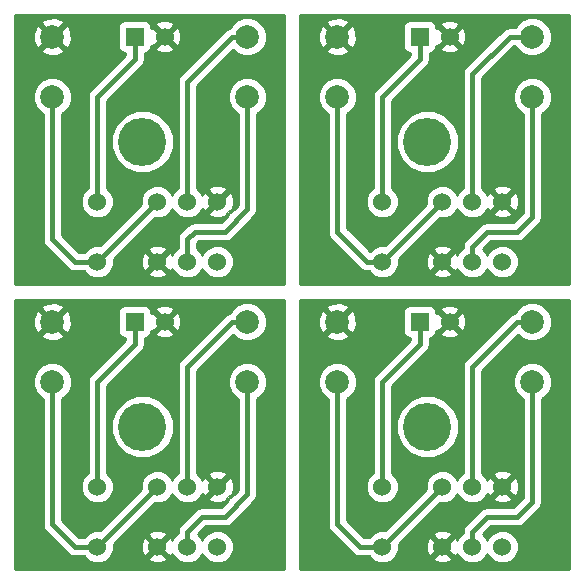
<source format=gbl>
G04 (created by PCBNEW (2013-07-07 BZR 4022)-stable) date 1/16/2015 9:29:06 PM*
%MOIN*%
G04 Gerber Fmt 3.4, Leading zero omitted, Abs format*
%FSLAX34Y34*%
G01*
G70*
G90*
G04 APERTURE LIST*
%ADD10C,0.00590551*%
%ADD11C,0.0787402*%
%ADD12C,0.06*%
%ADD13R,0.06X0.06*%
%ADD14C,0.16*%
%ADD15C,0.015*%
%ADD16C,0.01*%
G04 APERTURE END LIST*
G54D10*
G54D11*
X21000Y-22500D03*
X21000Y-20500D03*
X27500Y-20500D03*
X27500Y-22500D03*
X21000Y-13000D03*
X21000Y-11000D03*
X18000Y-20500D03*
X18000Y-22500D03*
X11500Y-13000D03*
X11500Y-11000D03*
X27500Y-11000D03*
X27500Y-13000D03*
X11500Y-22500D03*
X11500Y-20500D03*
X18000Y-11000D03*
X18000Y-13000D03*
G54D12*
X22500Y-28000D03*
X24500Y-28000D03*
X25500Y-28000D03*
X26500Y-28000D03*
X26500Y-26000D03*
X25500Y-26000D03*
X24500Y-26000D03*
X22500Y-26000D03*
X13000Y-28000D03*
X15000Y-28000D03*
X16000Y-28000D03*
X17000Y-28000D03*
X17000Y-26000D03*
X16000Y-26000D03*
X15000Y-26000D03*
X13000Y-26000D03*
X22500Y-18500D03*
X24500Y-18500D03*
X25500Y-18500D03*
X26500Y-18500D03*
X26500Y-16500D03*
X25500Y-16500D03*
X24500Y-16500D03*
X22500Y-16500D03*
X13000Y-18500D03*
X15000Y-18500D03*
X16000Y-18500D03*
X17000Y-18500D03*
X17000Y-16500D03*
X16000Y-16500D03*
X15000Y-16500D03*
X13000Y-16500D03*
G54D13*
X23750Y-20500D03*
G54D12*
X24750Y-20500D03*
G54D13*
X14250Y-20500D03*
G54D12*
X15250Y-20500D03*
G54D13*
X23750Y-11000D03*
G54D12*
X24750Y-11000D03*
G54D13*
X14250Y-11000D03*
G54D12*
X15250Y-11000D03*
G54D14*
X14500Y-14500D03*
X24000Y-14500D03*
X14500Y-24000D03*
X24000Y-24000D03*
G54D15*
X15000Y-26000D02*
X13000Y-28000D01*
X24500Y-26000D02*
X22500Y-28000D01*
X24500Y-16500D02*
X22500Y-18500D01*
X15000Y-16500D02*
X13000Y-18500D01*
X21000Y-22500D02*
X21000Y-27250D01*
X21750Y-28000D02*
X22500Y-28000D01*
X21000Y-27250D02*
X21750Y-28000D01*
X11500Y-22500D02*
X11500Y-27250D01*
X12250Y-28000D02*
X13000Y-28000D01*
X11500Y-27250D02*
X12250Y-28000D01*
X21000Y-13000D02*
X21000Y-17500D01*
X22000Y-18500D02*
X22500Y-18500D01*
X21000Y-17500D02*
X22000Y-18500D01*
X11500Y-13000D02*
X11500Y-17750D01*
X12250Y-18500D02*
X13000Y-18500D01*
X11500Y-17750D02*
X12250Y-18500D01*
X27500Y-11000D02*
X26750Y-11000D01*
X25500Y-12250D02*
X25500Y-16500D01*
X26750Y-11000D02*
X25500Y-12250D01*
X27500Y-22500D02*
X27500Y-26500D01*
X25500Y-27500D02*
X25500Y-28000D01*
X26000Y-27000D02*
X25500Y-27500D01*
X27000Y-27000D02*
X26000Y-27000D01*
X27500Y-26500D02*
X27000Y-27000D01*
X22500Y-26000D02*
X22500Y-22500D01*
X23750Y-21250D02*
X23750Y-20500D01*
X22500Y-22500D02*
X23750Y-21250D01*
X13000Y-26000D02*
X13000Y-22500D01*
X14250Y-21250D02*
X14250Y-20500D01*
X13000Y-22500D02*
X14250Y-21250D01*
X18000Y-20500D02*
X17500Y-20500D01*
X16000Y-22000D02*
X16000Y-26000D01*
X17500Y-20500D02*
X16000Y-22000D01*
X18000Y-22500D02*
X18000Y-26250D01*
X16000Y-27500D02*
X16000Y-28000D01*
X16500Y-27000D02*
X16000Y-27500D01*
X17250Y-27000D02*
X16500Y-27000D01*
X18000Y-26250D02*
X17250Y-27000D01*
X27500Y-13000D02*
X27500Y-17000D01*
X25500Y-18000D02*
X25500Y-18500D01*
X26000Y-17500D02*
X25500Y-18000D01*
X27000Y-17500D02*
X26000Y-17500D01*
X27500Y-17000D02*
X27000Y-17500D01*
X22500Y-16500D02*
X22500Y-13000D01*
X23750Y-11750D02*
X23750Y-11000D01*
X22500Y-13000D02*
X23750Y-11750D01*
X18000Y-11000D02*
X17500Y-11000D01*
X16000Y-12500D02*
X16000Y-16500D01*
X17500Y-11000D02*
X16000Y-12500D01*
X18000Y-13000D02*
X18000Y-16750D01*
X16000Y-17750D02*
X16000Y-18500D01*
X16250Y-17500D02*
X16000Y-17750D01*
X17250Y-17500D02*
X16250Y-17500D01*
X18000Y-16750D02*
X17250Y-17500D01*
X13000Y-16500D02*
X13000Y-13000D01*
X14250Y-11750D02*
X14250Y-11000D01*
X13000Y-13000D02*
X14250Y-11750D01*
X27500Y-20500D02*
X27000Y-20500D01*
X25500Y-22000D02*
X25500Y-26000D01*
X27000Y-20500D02*
X25500Y-22000D01*
G54D10*
G36*
X19230Y-19230D02*
X18643Y-19230D01*
X18643Y-12872D01*
X18643Y-10872D01*
X18546Y-10635D01*
X18365Y-10454D01*
X18128Y-10356D01*
X17872Y-10356D01*
X17635Y-10453D01*
X17454Y-10634D01*
X17432Y-10688D01*
X17375Y-10699D01*
X17270Y-10770D01*
X17270Y-10770D01*
X15804Y-12235D01*
X15804Y-11081D01*
X15793Y-10863D01*
X15731Y-10712D01*
X15635Y-10684D01*
X15565Y-10755D01*
X15565Y-10614D01*
X15537Y-10518D01*
X15331Y-10445D01*
X15113Y-10456D01*
X14962Y-10518D01*
X14934Y-10614D01*
X15250Y-10929D01*
X15565Y-10614D01*
X15565Y-10755D01*
X15320Y-11000D01*
X15635Y-11315D01*
X15731Y-11287D01*
X15804Y-11081D01*
X15804Y-12235D01*
X15770Y-12270D01*
X15699Y-12375D01*
X15675Y-12500D01*
X15675Y-16047D01*
X15565Y-16156D01*
X15565Y-11385D01*
X15250Y-11070D01*
X15179Y-11141D01*
X15179Y-11000D01*
X14864Y-10684D01*
X14800Y-10703D01*
X14800Y-10650D01*
X14762Y-10558D01*
X14691Y-10488D01*
X14599Y-10450D01*
X14500Y-10449D01*
X13900Y-10449D01*
X13808Y-10487D01*
X13738Y-10558D01*
X13700Y-10650D01*
X13699Y-10749D01*
X13699Y-11349D01*
X13737Y-11441D01*
X13808Y-11511D01*
X13900Y-11549D01*
X13925Y-11549D01*
X13925Y-11615D01*
X12770Y-12770D01*
X12699Y-12875D01*
X12675Y-13000D01*
X12675Y-16047D01*
X12534Y-16188D01*
X12450Y-16390D01*
X12449Y-16608D01*
X12533Y-16811D01*
X12688Y-16965D01*
X12890Y-17049D01*
X13108Y-17050D01*
X13311Y-16966D01*
X13465Y-16811D01*
X13549Y-16609D01*
X13550Y-16391D01*
X13466Y-16188D01*
X13325Y-16047D01*
X13325Y-13134D01*
X14479Y-11979D01*
X14550Y-11874D01*
X14550Y-11874D01*
X14575Y-11750D01*
X14575Y-11550D01*
X14599Y-11550D01*
X14691Y-11512D01*
X14761Y-11441D01*
X14799Y-11349D01*
X14800Y-11296D01*
X14864Y-11315D01*
X15179Y-11000D01*
X15179Y-11141D01*
X14934Y-11385D01*
X14962Y-11481D01*
X15168Y-11554D01*
X15386Y-11543D01*
X15537Y-11481D01*
X15565Y-11385D01*
X15565Y-16156D01*
X15550Y-16171D01*
X15550Y-14292D01*
X15390Y-13906D01*
X15095Y-13610D01*
X14709Y-13450D01*
X14292Y-13449D01*
X13906Y-13609D01*
X13610Y-13904D01*
X13450Y-14290D01*
X13449Y-14707D01*
X13609Y-15094D01*
X13904Y-15389D01*
X14290Y-15549D01*
X14707Y-15550D01*
X15094Y-15390D01*
X15389Y-15095D01*
X15549Y-14709D01*
X15550Y-14292D01*
X15550Y-16171D01*
X15534Y-16188D01*
X15500Y-16269D01*
X15466Y-16188D01*
X15311Y-16034D01*
X15109Y-15950D01*
X14891Y-15949D01*
X14688Y-16033D01*
X14534Y-16188D01*
X14450Y-16390D01*
X14449Y-16590D01*
X13090Y-17950D01*
X12891Y-17949D01*
X12688Y-18033D01*
X12547Y-18175D01*
X12384Y-18175D01*
X12147Y-17938D01*
X12147Y-11104D01*
X12138Y-10848D01*
X12058Y-10655D01*
X11953Y-10616D01*
X11883Y-10687D01*
X11883Y-10546D01*
X11844Y-10441D01*
X11604Y-10352D01*
X11348Y-10361D01*
X11155Y-10441D01*
X11116Y-10546D01*
X11500Y-10929D01*
X11883Y-10546D01*
X11883Y-10687D01*
X11570Y-11000D01*
X11953Y-11383D01*
X12058Y-11344D01*
X12147Y-11104D01*
X12147Y-17938D01*
X11825Y-17615D01*
X11825Y-13562D01*
X11864Y-13546D01*
X12045Y-13365D01*
X12143Y-13128D01*
X12143Y-12872D01*
X12046Y-12635D01*
X11883Y-12472D01*
X11883Y-11453D01*
X11500Y-11070D01*
X11429Y-11141D01*
X11429Y-11000D01*
X11046Y-10616D01*
X10941Y-10655D01*
X10852Y-10895D01*
X10861Y-11151D01*
X10941Y-11344D01*
X11046Y-11383D01*
X11429Y-11000D01*
X11429Y-11141D01*
X11116Y-11453D01*
X11155Y-11558D01*
X11395Y-11647D01*
X11651Y-11638D01*
X11844Y-11558D01*
X11883Y-11453D01*
X11883Y-12472D01*
X11865Y-12454D01*
X11628Y-12356D01*
X11372Y-12356D01*
X11135Y-12453D01*
X10954Y-12634D01*
X10856Y-12871D01*
X10856Y-13127D01*
X10953Y-13364D01*
X11134Y-13545D01*
X11175Y-13562D01*
X11175Y-17750D01*
X11199Y-17874D01*
X11270Y-17979D01*
X12020Y-18729D01*
X12020Y-18729D01*
X12125Y-18800D01*
X12125Y-18800D01*
X12225Y-18820D01*
X12249Y-18825D01*
X12249Y-18824D01*
X12250Y-18825D01*
X12547Y-18825D01*
X12688Y-18965D01*
X12890Y-19049D01*
X13108Y-19050D01*
X13311Y-18966D01*
X13465Y-18811D01*
X13549Y-18609D01*
X13550Y-18409D01*
X14909Y-17049D01*
X15108Y-17050D01*
X15311Y-16966D01*
X15465Y-16811D01*
X15499Y-16730D01*
X15533Y-16811D01*
X15688Y-16965D01*
X15890Y-17049D01*
X16108Y-17050D01*
X16311Y-16966D01*
X16465Y-16811D01*
X16497Y-16736D01*
X16518Y-16787D01*
X16614Y-16815D01*
X16929Y-16500D01*
X16614Y-16184D01*
X16518Y-16212D01*
X16499Y-16267D01*
X16466Y-16188D01*
X16325Y-16047D01*
X16325Y-12634D01*
X17524Y-11434D01*
X17634Y-11545D01*
X17871Y-11643D01*
X18127Y-11643D01*
X18364Y-11546D01*
X18545Y-11365D01*
X18643Y-11128D01*
X18643Y-10872D01*
X18643Y-12872D01*
X18546Y-12635D01*
X18365Y-12454D01*
X18128Y-12356D01*
X17872Y-12356D01*
X17635Y-12453D01*
X17454Y-12634D01*
X17356Y-12871D01*
X17356Y-13127D01*
X17453Y-13364D01*
X17634Y-13545D01*
X17675Y-13562D01*
X17675Y-16615D01*
X17554Y-16735D01*
X17430Y-16859D01*
X17385Y-16815D01*
X17481Y-16787D01*
X17554Y-16581D01*
X17543Y-16363D01*
X17481Y-16212D01*
X17385Y-16184D01*
X17315Y-16255D01*
X17315Y-16114D01*
X17287Y-16018D01*
X17081Y-15945D01*
X16863Y-15956D01*
X16712Y-16018D01*
X16684Y-16114D01*
X17000Y-16429D01*
X17315Y-16114D01*
X17315Y-16255D01*
X17070Y-16500D01*
X17076Y-16505D01*
X17005Y-16576D01*
X17000Y-16570D01*
X16684Y-16885D01*
X16712Y-16981D01*
X16918Y-17054D01*
X17136Y-17043D01*
X17287Y-16981D01*
X17315Y-16885D01*
X17315Y-16885D01*
X17359Y-16930D01*
X17315Y-16975D01*
X17115Y-17175D01*
X16250Y-17175D01*
X16125Y-17199D01*
X16020Y-17270D01*
X16020Y-17270D01*
X15770Y-17520D01*
X15699Y-17625D01*
X15675Y-17750D01*
X15675Y-18047D01*
X15534Y-18188D01*
X15502Y-18263D01*
X15481Y-18212D01*
X15385Y-18184D01*
X15315Y-18255D01*
X15315Y-18114D01*
X15287Y-18018D01*
X15081Y-17945D01*
X14863Y-17956D01*
X14712Y-18018D01*
X14684Y-18114D01*
X15000Y-18429D01*
X15315Y-18114D01*
X15315Y-18255D01*
X15070Y-18500D01*
X15385Y-18815D01*
X15481Y-18787D01*
X15500Y-18732D01*
X15533Y-18811D01*
X15688Y-18965D01*
X15890Y-19049D01*
X16108Y-19050D01*
X16311Y-18966D01*
X16465Y-18811D01*
X16499Y-18730D01*
X16533Y-18811D01*
X16688Y-18965D01*
X16890Y-19049D01*
X17108Y-19050D01*
X17311Y-18966D01*
X17465Y-18811D01*
X17549Y-18609D01*
X17550Y-18391D01*
X17466Y-18188D01*
X17311Y-18034D01*
X17109Y-17950D01*
X16891Y-17949D01*
X16688Y-18033D01*
X16534Y-18188D01*
X16500Y-18269D01*
X16466Y-18188D01*
X16325Y-18047D01*
X16325Y-17884D01*
X16384Y-17825D01*
X17250Y-17825D01*
X17374Y-17800D01*
X17374Y-17800D01*
X17479Y-17729D01*
X18229Y-16979D01*
X18229Y-16979D01*
X18229Y-16979D01*
X18300Y-16874D01*
X18300Y-16874D01*
X18320Y-16774D01*
X18325Y-16750D01*
X18324Y-16750D01*
X18325Y-16750D01*
X18325Y-13562D01*
X18364Y-13546D01*
X18545Y-13365D01*
X18643Y-13128D01*
X18643Y-12872D01*
X18643Y-19230D01*
X15315Y-19230D01*
X15315Y-18885D01*
X15000Y-18570D01*
X14929Y-18641D01*
X14929Y-18500D01*
X14614Y-18184D01*
X14518Y-18212D01*
X14445Y-18418D01*
X14456Y-18636D01*
X14518Y-18787D01*
X14614Y-18815D01*
X14929Y-18500D01*
X14929Y-18641D01*
X14684Y-18885D01*
X14712Y-18981D01*
X14918Y-19054D01*
X15136Y-19043D01*
X15287Y-18981D01*
X15315Y-18885D01*
X15315Y-19230D01*
X10269Y-19230D01*
X10269Y-10269D01*
X19230Y-10269D01*
X19230Y-19230D01*
X19230Y-19230D01*
G37*
G54D16*
X19230Y-19230D02*
X18643Y-19230D01*
X18643Y-12872D01*
X18643Y-10872D01*
X18546Y-10635D01*
X18365Y-10454D01*
X18128Y-10356D01*
X17872Y-10356D01*
X17635Y-10453D01*
X17454Y-10634D01*
X17432Y-10688D01*
X17375Y-10699D01*
X17270Y-10770D01*
X17270Y-10770D01*
X15804Y-12235D01*
X15804Y-11081D01*
X15793Y-10863D01*
X15731Y-10712D01*
X15635Y-10684D01*
X15565Y-10755D01*
X15565Y-10614D01*
X15537Y-10518D01*
X15331Y-10445D01*
X15113Y-10456D01*
X14962Y-10518D01*
X14934Y-10614D01*
X15250Y-10929D01*
X15565Y-10614D01*
X15565Y-10755D01*
X15320Y-11000D01*
X15635Y-11315D01*
X15731Y-11287D01*
X15804Y-11081D01*
X15804Y-12235D01*
X15770Y-12270D01*
X15699Y-12375D01*
X15675Y-12500D01*
X15675Y-16047D01*
X15565Y-16156D01*
X15565Y-11385D01*
X15250Y-11070D01*
X15179Y-11141D01*
X15179Y-11000D01*
X14864Y-10684D01*
X14800Y-10703D01*
X14800Y-10650D01*
X14762Y-10558D01*
X14691Y-10488D01*
X14599Y-10450D01*
X14500Y-10449D01*
X13900Y-10449D01*
X13808Y-10487D01*
X13738Y-10558D01*
X13700Y-10650D01*
X13699Y-10749D01*
X13699Y-11349D01*
X13737Y-11441D01*
X13808Y-11511D01*
X13900Y-11549D01*
X13925Y-11549D01*
X13925Y-11615D01*
X12770Y-12770D01*
X12699Y-12875D01*
X12675Y-13000D01*
X12675Y-16047D01*
X12534Y-16188D01*
X12450Y-16390D01*
X12449Y-16608D01*
X12533Y-16811D01*
X12688Y-16965D01*
X12890Y-17049D01*
X13108Y-17050D01*
X13311Y-16966D01*
X13465Y-16811D01*
X13549Y-16609D01*
X13550Y-16391D01*
X13466Y-16188D01*
X13325Y-16047D01*
X13325Y-13134D01*
X14479Y-11979D01*
X14550Y-11874D01*
X14550Y-11874D01*
X14575Y-11750D01*
X14575Y-11550D01*
X14599Y-11550D01*
X14691Y-11512D01*
X14761Y-11441D01*
X14799Y-11349D01*
X14800Y-11296D01*
X14864Y-11315D01*
X15179Y-11000D01*
X15179Y-11141D01*
X14934Y-11385D01*
X14962Y-11481D01*
X15168Y-11554D01*
X15386Y-11543D01*
X15537Y-11481D01*
X15565Y-11385D01*
X15565Y-16156D01*
X15550Y-16171D01*
X15550Y-14292D01*
X15390Y-13906D01*
X15095Y-13610D01*
X14709Y-13450D01*
X14292Y-13449D01*
X13906Y-13609D01*
X13610Y-13904D01*
X13450Y-14290D01*
X13449Y-14707D01*
X13609Y-15094D01*
X13904Y-15389D01*
X14290Y-15549D01*
X14707Y-15550D01*
X15094Y-15390D01*
X15389Y-15095D01*
X15549Y-14709D01*
X15550Y-14292D01*
X15550Y-16171D01*
X15534Y-16188D01*
X15500Y-16269D01*
X15466Y-16188D01*
X15311Y-16034D01*
X15109Y-15950D01*
X14891Y-15949D01*
X14688Y-16033D01*
X14534Y-16188D01*
X14450Y-16390D01*
X14449Y-16590D01*
X13090Y-17950D01*
X12891Y-17949D01*
X12688Y-18033D01*
X12547Y-18175D01*
X12384Y-18175D01*
X12147Y-17938D01*
X12147Y-11104D01*
X12138Y-10848D01*
X12058Y-10655D01*
X11953Y-10616D01*
X11883Y-10687D01*
X11883Y-10546D01*
X11844Y-10441D01*
X11604Y-10352D01*
X11348Y-10361D01*
X11155Y-10441D01*
X11116Y-10546D01*
X11500Y-10929D01*
X11883Y-10546D01*
X11883Y-10687D01*
X11570Y-11000D01*
X11953Y-11383D01*
X12058Y-11344D01*
X12147Y-11104D01*
X12147Y-17938D01*
X11825Y-17615D01*
X11825Y-13562D01*
X11864Y-13546D01*
X12045Y-13365D01*
X12143Y-13128D01*
X12143Y-12872D01*
X12046Y-12635D01*
X11883Y-12472D01*
X11883Y-11453D01*
X11500Y-11070D01*
X11429Y-11141D01*
X11429Y-11000D01*
X11046Y-10616D01*
X10941Y-10655D01*
X10852Y-10895D01*
X10861Y-11151D01*
X10941Y-11344D01*
X11046Y-11383D01*
X11429Y-11000D01*
X11429Y-11141D01*
X11116Y-11453D01*
X11155Y-11558D01*
X11395Y-11647D01*
X11651Y-11638D01*
X11844Y-11558D01*
X11883Y-11453D01*
X11883Y-12472D01*
X11865Y-12454D01*
X11628Y-12356D01*
X11372Y-12356D01*
X11135Y-12453D01*
X10954Y-12634D01*
X10856Y-12871D01*
X10856Y-13127D01*
X10953Y-13364D01*
X11134Y-13545D01*
X11175Y-13562D01*
X11175Y-17750D01*
X11199Y-17874D01*
X11270Y-17979D01*
X12020Y-18729D01*
X12020Y-18729D01*
X12125Y-18800D01*
X12125Y-18800D01*
X12225Y-18820D01*
X12249Y-18825D01*
X12249Y-18824D01*
X12250Y-18825D01*
X12547Y-18825D01*
X12688Y-18965D01*
X12890Y-19049D01*
X13108Y-19050D01*
X13311Y-18966D01*
X13465Y-18811D01*
X13549Y-18609D01*
X13550Y-18409D01*
X14909Y-17049D01*
X15108Y-17050D01*
X15311Y-16966D01*
X15465Y-16811D01*
X15499Y-16730D01*
X15533Y-16811D01*
X15688Y-16965D01*
X15890Y-17049D01*
X16108Y-17050D01*
X16311Y-16966D01*
X16465Y-16811D01*
X16497Y-16736D01*
X16518Y-16787D01*
X16614Y-16815D01*
X16929Y-16500D01*
X16614Y-16184D01*
X16518Y-16212D01*
X16499Y-16267D01*
X16466Y-16188D01*
X16325Y-16047D01*
X16325Y-12634D01*
X17524Y-11434D01*
X17634Y-11545D01*
X17871Y-11643D01*
X18127Y-11643D01*
X18364Y-11546D01*
X18545Y-11365D01*
X18643Y-11128D01*
X18643Y-10872D01*
X18643Y-12872D01*
X18546Y-12635D01*
X18365Y-12454D01*
X18128Y-12356D01*
X17872Y-12356D01*
X17635Y-12453D01*
X17454Y-12634D01*
X17356Y-12871D01*
X17356Y-13127D01*
X17453Y-13364D01*
X17634Y-13545D01*
X17675Y-13562D01*
X17675Y-16615D01*
X17554Y-16735D01*
X17430Y-16859D01*
X17385Y-16815D01*
X17481Y-16787D01*
X17554Y-16581D01*
X17543Y-16363D01*
X17481Y-16212D01*
X17385Y-16184D01*
X17315Y-16255D01*
X17315Y-16114D01*
X17287Y-16018D01*
X17081Y-15945D01*
X16863Y-15956D01*
X16712Y-16018D01*
X16684Y-16114D01*
X17000Y-16429D01*
X17315Y-16114D01*
X17315Y-16255D01*
X17070Y-16500D01*
X17076Y-16505D01*
X17005Y-16576D01*
X17000Y-16570D01*
X16684Y-16885D01*
X16712Y-16981D01*
X16918Y-17054D01*
X17136Y-17043D01*
X17287Y-16981D01*
X17315Y-16885D01*
X17315Y-16885D01*
X17359Y-16930D01*
X17315Y-16975D01*
X17115Y-17175D01*
X16250Y-17175D01*
X16125Y-17199D01*
X16020Y-17270D01*
X16020Y-17270D01*
X15770Y-17520D01*
X15699Y-17625D01*
X15675Y-17750D01*
X15675Y-18047D01*
X15534Y-18188D01*
X15502Y-18263D01*
X15481Y-18212D01*
X15385Y-18184D01*
X15315Y-18255D01*
X15315Y-18114D01*
X15287Y-18018D01*
X15081Y-17945D01*
X14863Y-17956D01*
X14712Y-18018D01*
X14684Y-18114D01*
X15000Y-18429D01*
X15315Y-18114D01*
X15315Y-18255D01*
X15070Y-18500D01*
X15385Y-18815D01*
X15481Y-18787D01*
X15500Y-18732D01*
X15533Y-18811D01*
X15688Y-18965D01*
X15890Y-19049D01*
X16108Y-19050D01*
X16311Y-18966D01*
X16465Y-18811D01*
X16499Y-18730D01*
X16533Y-18811D01*
X16688Y-18965D01*
X16890Y-19049D01*
X17108Y-19050D01*
X17311Y-18966D01*
X17465Y-18811D01*
X17549Y-18609D01*
X17550Y-18391D01*
X17466Y-18188D01*
X17311Y-18034D01*
X17109Y-17950D01*
X16891Y-17949D01*
X16688Y-18033D01*
X16534Y-18188D01*
X16500Y-18269D01*
X16466Y-18188D01*
X16325Y-18047D01*
X16325Y-17884D01*
X16384Y-17825D01*
X17250Y-17825D01*
X17374Y-17800D01*
X17374Y-17800D01*
X17479Y-17729D01*
X18229Y-16979D01*
X18229Y-16979D01*
X18229Y-16979D01*
X18300Y-16874D01*
X18300Y-16874D01*
X18320Y-16774D01*
X18325Y-16750D01*
X18324Y-16750D01*
X18325Y-16750D01*
X18325Y-13562D01*
X18364Y-13546D01*
X18545Y-13365D01*
X18643Y-13128D01*
X18643Y-12872D01*
X18643Y-19230D01*
X15315Y-19230D01*
X15315Y-18885D01*
X15000Y-18570D01*
X14929Y-18641D01*
X14929Y-18500D01*
X14614Y-18184D01*
X14518Y-18212D01*
X14445Y-18418D01*
X14456Y-18636D01*
X14518Y-18787D01*
X14614Y-18815D01*
X14929Y-18500D01*
X14929Y-18641D01*
X14684Y-18885D01*
X14712Y-18981D01*
X14918Y-19054D01*
X15136Y-19043D01*
X15287Y-18981D01*
X15315Y-18885D01*
X15315Y-19230D01*
X10269Y-19230D01*
X10269Y-10269D01*
X19230Y-10269D01*
X19230Y-19230D01*
G54D10*
G36*
X19230Y-28730D02*
X18643Y-28730D01*
X18643Y-22372D01*
X18643Y-20372D01*
X18546Y-20135D01*
X18365Y-19954D01*
X18128Y-19856D01*
X17872Y-19856D01*
X17635Y-19953D01*
X17454Y-20134D01*
X17432Y-20188D01*
X17375Y-20199D01*
X17270Y-20270D01*
X17270Y-20270D01*
X15804Y-21735D01*
X15804Y-20581D01*
X15793Y-20363D01*
X15731Y-20212D01*
X15635Y-20184D01*
X15565Y-20255D01*
X15565Y-20114D01*
X15537Y-20018D01*
X15331Y-19945D01*
X15113Y-19956D01*
X14962Y-20018D01*
X14934Y-20114D01*
X15250Y-20429D01*
X15565Y-20114D01*
X15565Y-20255D01*
X15320Y-20500D01*
X15635Y-20815D01*
X15731Y-20787D01*
X15804Y-20581D01*
X15804Y-21735D01*
X15770Y-21770D01*
X15699Y-21875D01*
X15675Y-22000D01*
X15675Y-25547D01*
X15565Y-25656D01*
X15565Y-20885D01*
X15250Y-20570D01*
X15179Y-20641D01*
X15179Y-20500D01*
X14864Y-20184D01*
X14800Y-20203D01*
X14800Y-20150D01*
X14762Y-20058D01*
X14691Y-19988D01*
X14599Y-19950D01*
X14500Y-19949D01*
X13900Y-19949D01*
X13808Y-19987D01*
X13738Y-20058D01*
X13700Y-20150D01*
X13699Y-20249D01*
X13699Y-20849D01*
X13737Y-20941D01*
X13808Y-21011D01*
X13900Y-21049D01*
X13925Y-21049D01*
X13925Y-21115D01*
X12770Y-22270D01*
X12699Y-22375D01*
X12675Y-22500D01*
X12675Y-25547D01*
X12534Y-25688D01*
X12450Y-25890D01*
X12449Y-26108D01*
X12533Y-26311D01*
X12688Y-26465D01*
X12890Y-26549D01*
X13108Y-26550D01*
X13311Y-26466D01*
X13465Y-26311D01*
X13549Y-26109D01*
X13550Y-25891D01*
X13466Y-25688D01*
X13325Y-25547D01*
X13325Y-22634D01*
X14479Y-21479D01*
X14550Y-21374D01*
X14550Y-21374D01*
X14575Y-21250D01*
X14575Y-21050D01*
X14599Y-21050D01*
X14691Y-21012D01*
X14761Y-20941D01*
X14799Y-20849D01*
X14800Y-20796D01*
X14864Y-20815D01*
X15179Y-20500D01*
X15179Y-20641D01*
X14934Y-20885D01*
X14962Y-20981D01*
X15168Y-21054D01*
X15386Y-21043D01*
X15537Y-20981D01*
X15565Y-20885D01*
X15565Y-25656D01*
X15550Y-25671D01*
X15550Y-23792D01*
X15390Y-23406D01*
X15095Y-23110D01*
X14709Y-22950D01*
X14292Y-22949D01*
X13906Y-23109D01*
X13610Y-23404D01*
X13450Y-23790D01*
X13449Y-24207D01*
X13609Y-24594D01*
X13904Y-24889D01*
X14290Y-25049D01*
X14707Y-25050D01*
X15094Y-24890D01*
X15389Y-24595D01*
X15549Y-24209D01*
X15550Y-23792D01*
X15550Y-25671D01*
X15534Y-25688D01*
X15500Y-25769D01*
X15466Y-25688D01*
X15311Y-25534D01*
X15109Y-25450D01*
X14891Y-25449D01*
X14688Y-25533D01*
X14534Y-25688D01*
X14450Y-25890D01*
X14449Y-26090D01*
X13090Y-27450D01*
X12891Y-27449D01*
X12688Y-27533D01*
X12547Y-27675D01*
X12384Y-27675D01*
X12147Y-27438D01*
X12147Y-20604D01*
X12138Y-20348D01*
X12058Y-20155D01*
X11953Y-20116D01*
X11883Y-20187D01*
X11883Y-20046D01*
X11844Y-19941D01*
X11604Y-19852D01*
X11348Y-19861D01*
X11155Y-19941D01*
X11116Y-20046D01*
X11500Y-20429D01*
X11883Y-20046D01*
X11883Y-20187D01*
X11570Y-20500D01*
X11953Y-20883D01*
X12058Y-20844D01*
X12147Y-20604D01*
X12147Y-27438D01*
X11825Y-27115D01*
X11825Y-23062D01*
X11864Y-23046D01*
X12045Y-22865D01*
X12143Y-22628D01*
X12143Y-22372D01*
X12046Y-22135D01*
X11883Y-21972D01*
X11883Y-20953D01*
X11500Y-20570D01*
X11429Y-20641D01*
X11429Y-20500D01*
X11046Y-20116D01*
X10941Y-20155D01*
X10852Y-20395D01*
X10861Y-20651D01*
X10941Y-20844D01*
X11046Y-20883D01*
X11429Y-20500D01*
X11429Y-20641D01*
X11116Y-20953D01*
X11155Y-21058D01*
X11395Y-21147D01*
X11651Y-21138D01*
X11844Y-21058D01*
X11883Y-20953D01*
X11883Y-21972D01*
X11865Y-21954D01*
X11628Y-21856D01*
X11372Y-21856D01*
X11135Y-21953D01*
X10954Y-22134D01*
X10856Y-22371D01*
X10856Y-22627D01*
X10953Y-22864D01*
X11134Y-23045D01*
X11175Y-23062D01*
X11175Y-27250D01*
X11199Y-27374D01*
X11270Y-27479D01*
X12020Y-28229D01*
X12020Y-28229D01*
X12125Y-28300D01*
X12125Y-28300D01*
X12225Y-28320D01*
X12249Y-28325D01*
X12249Y-28324D01*
X12250Y-28325D01*
X12547Y-28325D01*
X12688Y-28465D01*
X12890Y-28549D01*
X13108Y-28550D01*
X13311Y-28466D01*
X13465Y-28311D01*
X13549Y-28109D01*
X13550Y-27909D01*
X14909Y-26549D01*
X15108Y-26550D01*
X15311Y-26466D01*
X15465Y-26311D01*
X15499Y-26230D01*
X15533Y-26311D01*
X15688Y-26465D01*
X15890Y-26549D01*
X16108Y-26550D01*
X16311Y-26466D01*
X16465Y-26311D01*
X16497Y-26236D01*
X16518Y-26287D01*
X16614Y-26315D01*
X16929Y-26000D01*
X16614Y-25684D01*
X16518Y-25712D01*
X16499Y-25767D01*
X16466Y-25688D01*
X16325Y-25547D01*
X16325Y-22134D01*
X17524Y-20934D01*
X17634Y-21045D01*
X17871Y-21143D01*
X18127Y-21143D01*
X18364Y-21046D01*
X18545Y-20865D01*
X18643Y-20628D01*
X18643Y-20372D01*
X18643Y-22372D01*
X18546Y-22135D01*
X18365Y-21954D01*
X18128Y-21856D01*
X17872Y-21856D01*
X17635Y-21953D01*
X17454Y-22134D01*
X17356Y-22371D01*
X17356Y-22627D01*
X17453Y-22864D01*
X17634Y-23045D01*
X17675Y-23062D01*
X17675Y-26115D01*
X17554Y-26235D01*
X17430Y-26359D01*
X17385Y-26315D01*
X17481Y-26287D01*
X17554Y-26081D01*
X17543Y-25863D01*
X17481Y-25712D01*
X17385Y-25684D01*
X17315Y-25755D01*
X17315Y-25614D01*
X17287Y-25518D01*
X17081Y-25445D01*
X16863Y-25456D01*
X16712Y-25518D01*
X16684Y-25614D01*
X17000Y-25929D01*
X17315Y-25614D01*
X17315Y-25755D01*
X17070Y-26000D01*
X17076Y-26005D01*
X17005Y-26076D01*
X17000Y-26070D01*
X16684Y-26385D01*
X16712Y-26481D01*
X16918Y-26554D01*
X17136Y-26543D01*
X17287Y-26481D01*
X17315Y-26385D01*
X17315Y-26385D01*
X17359Y-26430D01*
X17315Y-26475D01*
X17115Y-26675D01*
X16500Y-26675D01*
X16375Y-26699D01*
X16333Y-26727D01*
X16270Y-26770D01*
X16270Y-26770D01*
X15770Y-27270D01*
X15699Y-27375D01*
X15675Y-27500D01*
X15675Y-27547D01*
X15534Y-27688D01*
X15502Y-27763D01*
X15481Y-27712D01*
X15385Y-27684D01*
X15315Y-27755D01*
X15315Y-27614D01*
X15287Y-27518D01*
X15081Y-27445D01*
X14863Y-27456D01*
X14712Y-27518D01*
X14684Y-27614D01*
X15000Y-27929D01*
X15315Y-27614D01*
X15315Y-27755D01*
X15070Y-28000D01*
X15385Y-28315D01*
X15481Y-28287D01*
X15500Y-28232D01*
X15533Y-28311D01*
X15688Y-28465D01*
X15890Y-28549D01*
X16108Y-28550D01*
X16311Y-28466D01*
X16465Y-28311D01*
X16499Y-28230D01*
X16533Y-28311D01*
X16688Y-28465D01*
X16890Y-28549D01*
X17108Y-28550D01*
X17311Y-28466D01*
X17465Y-28311D01*
X17549Y-28109D01*
X17550Y-27891D01*
X17466Y-27688D01*
X17311Y-27534D01*
X17109Y-27450D01*
X16891Y-27449D01*
X16688Y-27533D01*
X16534Y-27688D01*
X16500Y-27769D01*
X16466Y-27688D01*
X16368Y-27590D01*
X16634Y-27325D01*
X17250Y-27325D01*
X17374Y-27300D01*
X17374Y-27300D01*
X17479Y-27229D01*
X18229Y-26479D01*
X18229Y-26479D01*
X18229Y-26479D01*
X18300Y-26374D01*
X18300Y-26374D01*
X18320Y-26274D01*
X18325Y-26250D01*
X18324Y-26250D01*
X18325Y-26250D01*
X18325Y-23062D01*
X18364Y-23046D01*
X18545Y-22865D01*
X18643Y-22628D01*
X18643Y-22372D01*
X18643Y-28730D01*
X15315Y-28730D01*
X15315Y-28385D01*
X15000Y-28070D01*
X14929Y-28141D01*
X14929Y-28000D01*
X14614Y-27684D01*
X14518Y-27712D01*
X14445Y-27918D01*
X14456Y-28136D01*
X14518Y-28287D01*
X14614Y-28315D01*
X14929Y-28000D01*
X14929Y-28141D01*
X14684Y-28385D01*
X14712Y-28481D01*
X14918Y-28554D01*
X15136Y-28543D01*
X15287Y-28481D01*
X15315Y-28385D01*
X15315Y-28730D01*
X10269Y-28730D01*
X10269Y-19769D01*
X19230Y-19769D01*
X19230Y-28730D01*
X19230Y-28730D01*
G37*
G54D16*
X19230Y-28730D02*
X18643Y-28730D01*
X18643Y-22372D01*
X18643Y-20372D01*
X18546Y-20135D01*
X18365Y-19954D01*
X18128Y-19856D01*
X17872Y-19856D01*
X17635Y-19953D01*
X17454Y-20134D01*
X17432Y-20188D01*
X17375Y-20199D01*
X17270Y-20270D01*
X17270Y-20270D01*
X15804Y-21735D01*
X15804Y-20581D01*
X15793Y-20363D01*
X15731Y-20212D01*
X15635Y-20184D01*
X15565Y-20255D01*
X15565Y-20114D01*
X15537Y-20018D01*
X15331Y-19945D01*
X15113Y-19956D01*
X14962Y-20018D01*
X14934Y-20114D01*
X15250Y-20429D01*
X15565Y-20114D01*
X15565Y-20255D01*
X15320Y-20500D01*
X15635Y-20815D01*
X15731Y-20787D01*
X15804Y-20581D01*
X15804Y-21735D01*
X15770Y-21770D01*
X15699Y-21875D01*
X15675Y-22000D01*
X15675Y-25547D01*
X15565Y-25656D01*
X15565Y-20885D01*
X15250Y-20570D01*
X15179Y-20641D01*
X15179Y-20500D01*
X14864Y-20184D01*
X14800Y-20203D01*
X14800Y-20150D01*
X14762Y-20058D01*
X14691Y-19988D01*
X14599Y-19950D01*
X14500Y-19949D01*
X13900Y-19949D01*
X13808Y-19987D01*
X13738Y-20058D01*
X13700Y-20150D01*
X13699Y-20249D01*
X13699Y-20849D01*
X13737Y-20941D01*
X13808Y-21011D01*
X13900Y-21049D01*
X13925Y-21049D01*
X13925Y-21115D01*
X12770Y-22270D01*
X12699Y-22375D01*
X12675Y-22500D01*
X12675Y-25547D01*
X12534Y-25688D01*
X12450Y-25890D01*
X12449Y-26108D01*
X12533Y-26311D01*
X12688Y-26465D01*
X12890Y-26549D01*
X13108Y-26550D01*
X13311Y-26466D01*
X13465Y-26311D01*
X13549Y-26109D01*
X13550Y-25891D01*
X13466Y-25688D01*
X13325Y-25547D01*
X13325Y-22634D01*
X14479Y-21479D01*
X14550Y-21374D01*
X14550Y-21374D01*
X14575Y-21250D01*
X14575Y-21050D01*
X14599Y-21050D01*
X14691Y-21012D01*
X14761Y-20941D01*
X14799Y-20849D01*
X14800Y-20796D01*
X14864Y-20815D01*
X15179Y-20500D01*
X15179Y-20641D01*
X14934Y-20885D01*
X14962Y-20981D01*
X15168Y-21054D01*
X15386Y-21043D01*
X15537Y-20981D01*
X15565Y-20885D01*
X15565Y-25656D01*
X15550Y-25671D01*
X15550Y-23792D01*
X15390Y-23406D01*
X15095Y-23110D01*
X14709Y-22950D01*
X14292Y-22949D01*
X13906Y-23109D01*
X13610Y-23404D01*
X13450Y-23790D01*
X13449Y-24207D01*
X13609Y-24594D01*
X13904Y-24889D01*
X14290Y-25049D01*
X14707Y-25050D01*
X15094Y-24890D01*
X15389Y-24595D01*
X15549Y-24209D01*
X15550Y-23792D01*
X15550Y-25671D01*
X15534Y-25688D01*
X15500Y-25769D01*
X15466Y-25688D01*
X15311Y-25534D01*
X15109Y-25450D01*
X14891Y-25449D01*
X14688Y-25533D01*
X14534Y-25688D01*
X14450Y-25890D01*
X14449Y-26090D01*
X13090Y-27450D01*
X12891Y-27449D01*
X12688Y-27533D01*
X12547Y-27675D01*
X12384Y-27675D01*
X12147Y-27438D01*
X12147Y-20604D01*
X12138Y-20348D01*
X12058Y-20155D01*
X11953Y-20116D01*
X11883Y-20187D01*
X11883Y-20046D01*
X11844Y-19941D01*
X11604Y-19852D01*
X11348Y-19861D01*
X11155Y-19941D01*
X11116Y-20046D01*
X11500Y-20429D01*
X11883Y-20046D01*
X11883Y-20187D01*
X11570Y-20500D01*
X11953Y-20883D01*
X12058Y-20844D01*
X12147Y-20604D01*
X12147Y-27438D01*
X11825Y-27115D01*
X11825Y-23062D01*
X11864Y-23046D01*
X12045Y-22865D01*
X12143Y-22628D01*
X12143Y-22372D01*
X12046Y-22135D01*
X11883Y-21972D01*
X11883Y-20953D01*
X11500Y-20570D01*
X11429Y-20641D01*
X11429Y-20500D01*
X11046Y-20116D01*
X10941Y-20155D01*
X10852Y-20395D01*
X10861Y-20651D01*
X10941Y-20844D01*
X11046Y-20883D01*
X11429Y-20500D01*
X11429Y-20641D01*
X11116Y-20953D01*
X11155Y-21058D01*
X11395Y-21147D01*
X11651Y-21138D01*
X11844Y-21058D01*
X11883Y-20953D01*
X11883Y-21972D01*
X11865Y-21954D01*
X11628Y-21856D01*
X11372Y-21856D01*
X11135Y-21953D01*
X10954Y-22134D01*
X10856Y-22371D01*
X10856Y-22627D01*
X10953Y-22864D01*
X11134Y-23045D01*
X11175Y-23062D01*
X11175Y-27250D01*
X11199Y-27374D01*
X11270Y-27479D01*
X12020Y-28229D01*
X12020Y-28229D01*
X12125Y-28300D01*
X12125Y-28300D01*
X12225Y-28320D01*
X12249Y-28325D01*
X12249Y-28324D01*
X12250Y-28325D01*
X12547Y-28325D01*
X12688Y-28465D01*
X12890Y-28549D01*
X13108Y-28550D01*
X13311Y-28466D01*
X13465Y-28311D01*
X13549Y-28109D01*
X13550Y-27909D01*
X14909Y-26549D01*
X15108Y-26550D01*
X15311Y-26466D01*
X15465Y-26311D01*
X15499Y-26230D01*
X15533Y-26311D01*
X15688Y-26465D01*
X15890Y-26549D01*
X16108Y-26550D01*
X16311Y-26466D01*
X16465Y-26311D01*
X16497Y-26236D01*
X16518Y-26287D01*
X16614Y-26315D01*
X16929Y-26000D01*
X16614Y-25684D01*
X16518Y-25712D01*
X16499Y-25767D01*
X16466Y-25688D01*
X16325Y-25547D01*
X16325Y-22134D01*
X17524Y-20934D01*
X17634Y-21045D01*
X17871Y-21143D01*
X18127Y-21143D01*
X18364Y-21046D01*
X18545Y-20865D01*
X18643Y-20628D01*
X18643Y-20372D01*
X18643Y-22372D01*
X18546Y-22135D01*
X18365Y-21954D01*
X18128Y-21856D01*
X17872Y-21856D01*
X17635Y-21953D01*
X17454Y-22134D01*
X17356Y-22371D01*
X17356Y-22627D01*
X17453Y-22864D01*
X17634Y-23045D01*
X17675Y-23062D01*
X17675Y-26115D01*
X17554Y-26235D01*
X17430Y-26359D01*
X17385Y-26315D01*
X17481Y-26287D01*
X17554Y-26081D01*
X17543Y-25863D01*
X17481Y-25712D01*
X17385Y-25684D01*
X17315Y-25755D01*
X17315Y-25614D01*
X17287Y-25518D01*
X17081Y-25445D01*
X16863Y-25456D01*
X16712Y-25518D01*
X16684Y-25614D01*
X17000Y-25929D01*
X17315Y-25614D01*
X17315Y-25755D01*
X17070Y-26000D01*
X17076Y-26005D01*
X17005Y-26076D01*
X17000Y-26070D01*
X16684Y-26385D01*
X16712Y-26481D01*
X16918Y-26554D01*
X17136Y-26543D01*
X17287Y-26481D01*
X17315Y-26385D01*
X17315Y-26385D01*
X17359Y-26430D01*
X17315Y-26475D01*
X17115Y-26675D01*
X16500Y-26675D01*
X16375Y-26699D01*
X16333Y-26727D01*
X16270Y-26770D01*
X16270Y-26770D01*
X15770Y-27270D01*
X15699Y-27375D01*
X15675Y-27500D01*
X15675Y-27547D01*
X15534Y-27688D01*
X15502Y-27763D01*
X15481Y-27712D01*
X15385Y-27684D01*
X15315Y-27755D01*
X15315Y-27614D01*
X15287Y-27518D01*
X15081Y-27445D01*
X14863Y-27456D01*
X14712Y-27518D01*
X14684Y-27614D01*
X15000Y-27929D01*
X15315Y-27614D01*
X15315Y-27755D01*
X15070Y-28000D01*
X15385Y-28315D01*
X15481Y-28287D01*
X15500Y-28232D01*
X15533Y-28311D01*
X15688Y-28465D01*
X15890Y-28549D01*
X16108Y-28550D01*
X16311Y-28466D01*
X16465Y-28311D01*
X16499Y-28230D01*
X16533Y-28311D01*
X16688Y-28465D01*
X16890Y-28549D01*
X17108Y-28550D01*
X17311Y-28466D01*
X17465Y-28311D01*
X17549Y-28109D01*
X17550Y-27891D01*
X17466Y-27688D01*
X17311Y-27534D01*
X17109Y-27450D01*
X16891Y-27449D01*
X16688Y-27533D01*
X16534Y-27688D01*
X16500Y-27769D01*
X16466Y-27688D01*
X16368Y-27590D01*
X16634Y-27325D01*
X17250Y-27325D01*
X17374Y-27300D01*
X17374Y-27300D01*
X17479Y-27229D01*
X18229Y-26479D01*
X18229Y-26479D01*
X18229Y-26479D01*
X18300Y-26374D01*
X18300Y-26374D01*
X18320Y-26274D01*
X18325Y-26250D01*
X18324Y-26250D01*
X18325Y-26250D01*
X18325Y-23062D01*
X18364Y-23046D01*
X18545Y-22865D01*
X18643Y-22628D01*
X18643Y-22372D01*
X18643Y-28730D01*
X15315Y-28730D01*
X15315Y-28385D01*
X15000Y-28070D01*
X14929Y-28141D01*
X14929Y-28000D01*
X14614Y-27684D01*
X14518Y-27712D01*
X14445Y-27918D01*
X14456Y-28136D01*
X14518Y-28287D01*
X14614Y-28315D01*
X14929Y-28000D01*
X14929Y-28141D01*
X14684Y-28385D01*
X14712Y-28481D01*
X14918Y-28554D01*
X15136Y-28543D01*
X15287Y-28481D01*
X15315Y-28385D01*
X15315Y-28730D01*
X10269Y-28730D01*
X10269Y-19769D01*
X19230Y-19769D01*
X19230Y-28730D01*
G54D10*
G36*
X28730Y-19230D02*
X28143Y-19230D01*
X28143Y-12872D01*
X28143Y-10872D01*
X28046Y-10635D01*
X27865Y-10454D01*
X27628Y-10356D01*
X27372Y-10356D01*
X27135Y-10453D01*
X26954Y-10634D01*
X26937Y-10675D01*
X26750Y-10675D01*
X26625Y-10699D01*
X26520Y-10770D01*
X25304Y-11985D01*
X25304Y-11081D01*
X25293Y-10863D01*
X25231Y-10712D01*
X25135Y-10684D01*
X25065Y-10755D01*
X25065Y-10614D01*
X25037Y-10518D01*
X24831Y-10445D01*
X24613Y-10456D01*
X24462Y-10518D01*
X24434Y-10614D01*
X24750Y-10929D01*
X25065Y-10614D01*
X25065Y-10755D01*
X24820Y-11000D01*
X25135Y-11315D01*
X25231Y-11287D01*
X25304Y-11081D01*
X25304Y-11985D01*
X25270Y-12020D01*
X25199Y-12125D01*
X25175Y-12250D01*
X25175Y-16047D01*
X25065Y-16156D01*
X25065Y-11385D01*
X24750Y-11070D01*
X24679Y-11141D01*
X24679Y-11000D01*
X24364Y-10684D01*
X24300Y-10703D01*
X24300Y-10650D01*
X24262Y-10558D01*
X24191Y-10488D01*
X24099Y-10450D01*
X24000Y-10449D01*
X23400Y-10449D01*
X23308Y-10487D01*
X23238Y-10558D01*
X23200Y-10650D01*
X23199Y-10749D01*
X23199Y-11349D01*
X23237Y-11441D01*
X23308Y-11511D01*
X23400Y-11549D01*
X23425Y-11549D01*
X23425Y-11615D01*
X22270Y-12770D01*
X22199Y-12875D01*
X22175Y-13000D01*
X22175Y-16047D01*
X22034Y-16188D01*
X21950Y-16390D01*
X21949Y-16608D01*
X22033Y-16811D01*
X22188Y-16965D01*
X22390Y-17049D01*
X22608Y-17050D01*
X22811Y-16966D01*
X22965Y-16811D01*
X23049Y-16609D01*
X23050Y-16391D01*
X22966Y-16188D01*
X22825Y-16047D01*
X22825Y-13134D01*
X23979Y-11979D01*
X24050Y-11874D01*
X24050Y-11874D01*
X24075Y-11750D01*
X24075Y-11550D01*
X24099Y-11550D01*
X24191Y-11512D01*
X24261Y-11441D01*
X24299Y-11349D01*
X24300Y-11296D01*
X24364Y-11315D01*
X24679Y-11000D01*
X24679Y-11141D01*
X24434Y-11385D01*
X24462Y-11481D01*
X24668Y-11554D01*
X24886Y-11543D01*
X25037Y-11481D01*
X25065Y-11385D01*
X25065Y-16156D01*
X25050Y-16171D01*
X25050Y-14292D01*
X24890Y-13906D01*
X24595Y-13610D01*
X24209Y-13450D01*
X23792Y-13449D01*
X23406Y-13609D01*
X23110Y-13904D01*
X22950Y-14290D01*
X22949Y-14707D01*
X23109Y-15094D01*
X23404Y-15389D01*
X23790Y-15549D01*
X24207Y-15550D01*
X24594Y-15390D01*
X24889Y-15095D01*
X25049Y-14709D01*
X25050Y-14292D01*
X25050Y-16171D01*
X25034Y-16188D01*
X25000Y-16269D01*
X24966Y-16188D01*
X24811Y-16034D01*
X24609Y-15950D01*
X24391Y-15949D01*
X24188Y-16033D01*
X24034Y-16188D01*
X23950Y-16390D01*
X23949Y-16590D01*
X22590Y-17950D01*
X22391Y-17949D01*
X22188Y-18033D01*
X22090Y-18131D01*
X21647Y-17688D01*
X21647Y-11104D01*
X21638Y-10848D01*
X21558Y-10655D01*
X21453Y-10616D01*
X21383Y-10687D01*
X21383Y-10546D01*
X21344Y-10441D01*
X21104Y-10352D01*
X20848Y-10361D01*
X20655Y-10441D01*
X20616Y-10546D01*
X21000Y-10929D01*
X21383Y-10546D01*
X21383Y-10687D01*
X21070Y-11000D01*
X21453Y-11383D01*
X21558Y-11344D01*
X21647Y-11104D01*
X21647Y-17688D01*
X21325Y-17365D01*
X21325Y-13562D01*
X21364Y-13546D01*
X21545Y-13365D01*
X21643Y-13128D01*
X21643Y-12872D01*
X21546Y-12635D01*
X21383Y-12472D01*
X21383Y-11453D01*
X21000Y-11070D01*
X20929Y-11141D01*
X20929Y-11000D01*
X20546Y-10616D01*
X20441Y-10655D01*
X20352Y-10895D01*
X20361Y-11151D01*
X20441Y-11344D01*
X20546Y-11383D01*
X20929Y-11000D01*
X20929Y-11141D01*
X20616Y-11453D01*
X20655Y-11558D01*
X20895Y-11647D01*
X21151Y-11638D01*
X21344Y-11558D01*
X21383Y-11453D01*
X21383Y-12472D01*
X21365Y-12454D01*
X21128Y-12356D01*
X20872Y-12356D01*
X20635Y-12453D01*
X20454Y-12634D01*
X20356Y-12871D01*
X20356Y-13127D01*
X20453Y-13364D01*
X20634Y-13545D01*
X20675Y-13562D01*
X20675Y-17500D01*
X20699Y-17624D01*
X20770Y-17729D01*
X21770Y-18729D01*
X21770Y-18729D01*
X21875Y-18800D01*
X21875Y-18800D01*
X22000Y-18825D01*
X22047Y-18825D01*
X22188Y-18965D01*
X22390Y-19049D01*
X22608Y-19050D01*
X22811Y-18966D01*
X22965Y-18811D01*
X23049Y-18609D01*
X23050Y-18409D01*
X24409Y-17049D01*
X24608Y-17050D01*
X24811Y-16966D01*
X24965Y-16811D01*
X24999Y-16730D01*
X25033Y-16811D01*
X25188Y-16965D01*
X25390Y-17049D01*
X25608Y-17050D01*
X25811Y-16966D01*
X25965Y-16811D01*
X25997Y-16736D01*
X26018Y-16787D01*
X26114Y-16815D01*
X26429Y-16500D01*
X26114Y-16184D01*
X26018Y-16212D01*
X25999Y-16267D01*
X25966Y-16188D01*
X25825Y-16047D01*
X25825Y-12384D01*
X26884Y-11325D01*
X26937Y-11325D01*
X26953Y-11364D01*
X27134Y-11545D01*
X27371Y-11643D01*
X27627Y-11643D01*
X27864Y-11546D01*
X28045Y-11365D01*
X28143Y-11128D01*
X28143Y-10872D01*
X28143Y-12872D01*
X28046Y-12635D01*
X27865Y-12454D01*
X27628Y-12356D01*
X27372Y-12356D01*
X27135Y-12453D01*
X26954Y-12634D01*
X26856Y-12871D01*
X26856Y-13127D01*
X26953Y-13364D01*
X27134Y-13545D01*
X27175Y-13562D01*
X27175Y-16865D01*
X27054Y-16985D01*
X27054Y-16581D01*
X27043Y-16363D01*
X26981Y-16212D01*
X26885Y-16184D01*
X26815Y-16255D01*
X26815Y-16114D01*
X26787Y-16018D01*
X26581Y-15945D01*
X26363Y-15956D01*
X26212Y-16018D01*
X26184Y-16114D01*
X26500Y-16429D01*
X26815Y-16114D01*
X26815Y-16255D01*
X26570Y-16500D01*
X26885Y-16815D01*
X26981Y-16787D01*
X27054Y-16581D01*
X27054Y-16985D01*
X26865Y-17175D01*
X26815Y-17175D01*
X26815Y-16885D01*
X26500Y-16570D01*
X26184Y-16885D01*
X26212Y-16981D01*
X26418Y-17054D01*
X26636Y-17043D01*
X26787Y-16981D01*
X26815Y-16885D01*
X26815Y-17175D01*
X26000Y-17175D01*
X25875Y-17199D01*
X25833Y-17227D01*
X25770Y-17270D01*
X25770Y-17270D01*
X25270Y-17770D01*
X25199Y-17875D01*
X25175Y-18000D01*
X25175Y-18047D01*
X25034Y-18188D01*
X25002Y-18263D01*
X24981Y-18212D01*
X24885Y-18184D01*
X24815Y-18255D01*
X24815Y-18114D01*
X24787Y-18018D01*
X24581Y-17945D01*
X24363Y-17956D01*
X24212Y-18018D01*
X24184Y-18114D01*
X24500Y-18429D01*
X24815Y-18114D01*
X24815Y-18255D01*
X24570Y-18500D01*
X24885Y-18815D01*
X24981Y-18787D01*
X25000Y-18732D01*
X25033Y-18811D01*
X25188Y-18965D01*
X25390Y-19049D01*
X25608Y-19050D01*
X25811Y-18966D01*
X25965Y-18811D01*
X25999Y-18730D01*
X26033Y-18811D01*
X26188Y-18965D01*
X26390Y-19049D01*
X26608Y-19050D01*
X26811Y-18966D01*
X26965Y-18811D01*
X27049Y-18609D01*
X27050Y-18391D01*
X26966Y-18188D01*
X26811Y-18034D01*
X26609Y-17950D01*
X26391Y-17949D01*
X26188Y-18033D01*
X26034Y-18188D01*
X26000Y-18269D01*
X25966Y-18188D01*
X25868Y-18090D01*
X26134Y-17825D01*
X27000Y-17825D01*
X27124Y-17800D01*
X27124Y-17800D01*
X27229Y-17729D01*
X27729Y-17229D01*
X27729Y-17229D01*
X27729Y-17229D01*
X27772Y-17166D01*
X27800Y-17124D01*
X27800Y-17124D01*
X27825Y-17000D01*
X27825Y-13562D01*
X27864Y-13546D01*
X28045Y-13365D01*
X28143Y-13128D01*
X28143Y-12872D01*
X28143Y-19230D01*
X24815Y-19230D01*
X24815Y-18885D01*
X24500Y-18570D01*
X24429Y-18641D01*
X24429Y-18500D01*
X24114Y-18184D01*
X24018Y-18212D01*
X23945Y-18418D01*
X23956Y-18636D01*
X24018Y-18787D01*
X24114Y-18815D01*
X24429Y-18500D01*
X24429Y-18641D01*
X24184Y-18885D01*
X24212Y-18981D01*
X24418Y-19054D01*
X24636Y-19043D01*
X24787Y-18981D01*
X24815Y-18885D01*
X24815Y-19230D01*
X19769Y-19230D01*
X19769Y-10269D01*
X28730Y-10269D01*
X28730Y-19230D01*
X28730Y-19230D01*
G37*
G54D16*
X28730Y-19230D02*
X28143Y-19230D01*
X28143Y-12872D01*
X28143Y-10872D01*
X28046Y-10635D01*
X27865Y-10454D01*
X27628Y-10356D01*
X27372Y-10356D01*
X27135Y-10453D01*
X26954Y-10634D01*
X26937Y-10675D01*
X26750Y-10675D01*
X26625Y-10699D01*
X26520Y-10770D01*
X25304Y-11985D01*
X25304Y-11081D01*
X25293Y-10863D01*
X25231Y-10712D01*
X25135Y-10684D01*
X25065Y-10755D01*
X25065Y-10614D01*
X25037Y-10518D01*
X24831Y-10445D01*
X24613Y-10456D01*
X24462Y-10518D01*
X24434Y-10614D01*
X24750Y-10929D01*
X25065Y-10614D01*
X25065Y-10755D01*
X24820Y-11000D01*
X25135Y-11315D01*
X25231Y-11287D01*
X25304Y-11081D01*
X25304Y-11985D01*
X25270Y-12020D01*
X25199Y-12125D01*
X25175Y-12250D01*
X25175Y-16047D01*
X25065Y-16156D01*
X25065Y-11385D01*
X24750Y-11070D01*
X24679Y-11141D01*
X24679Y-11000D01*
X24364Y-10684D01*
X24300Y-10703D01*
X24300Y-10650D01*
X24262Y-10558D01*
X24191Y-10488D01*
X24099Y-10450D01*
X24000Y-10449D01*
X23400Y-10449D01*
X23308Y-10487D01*
X23238Y-10558D01*
X23200Y-10650D01*
X23199Y-10749D01*
X23199Y-11349D01*
X23237Y-11441D01*
X23308Y-11511D01*
X23400Y-11549D01*
X23425Y-11549D01*
X23425Y-11615D01*
X22270Y-12770D01*
X22199Y-12875D01*
X22175Y-13000D01*
X22175Y-16047D01*
X22034Y-16188D01*
X21950Y-16390D01*
X21949Y-16608D01*
X22033Y-16811D01*
X22188Y-16965D01*
X22390Y-17049D01*
X22608Y-17050D01*
X22811Y-16966D01*
X22965Y-16811D01*
X23049Y-16609D01*
X23050Y-16391D01*
X22966Y-16188D01*
X22825Y-16047D01*
X22825Y-13134D01*
X23979Y-11979D01*
X24050Y-11874D01*
X24050Y-11874D01*
X24075Y-11750D01*
X24075Y-11550D01*
X24099Y-11550D01*
X24191Y-11512D01*
X24261Y-11441D01*
X24299Y-11349D01*
X24300Y-11296D01*
X24364Y-11315D01*
X24679Y-11000D01*
X24679Y-11141D01*
X24434Y-11385D01*
X24462Y-11481D01*
X24668Y-11554D01*
X24886Y-11543D01*
X25037Y-11481D01*
X25065Y-11385D01*
X25065Y-16156D01*
X25050Y-16171D01*
X25050Y-14292D01*
X24890Y-13906D01*
X24595Y-13610D01*
X24209Y-13450D01*
X23792Y-13449D01*
X23406Y-13609D01*
X23110Y-13904D01*
X22950Y-14290D01*
X22949Y-14707D01*
X23109Y-15094D01*
X23404Y-15389D01*
X23790Y-15549D01*
X24207Y-15550D01*
X24594Y-15390D01*
X24889Y-15095D01*
X25049Y-14709D01*
X25050Y-14292D01*
X25050Y-16171D01*
X25034Y-16188D01*
X25000Y-16269D01*
X24966Y-16188D01*
X24811Y-16034D01*
X24609Y-15950D01*
X24391Y-15949D01*
X24188Y-16033D01*
X24034Y-16188D01*
X23950Y-16390D01*
X23949Y-16590D01*
X22590Y-17950D01*
X22391Y-17949D01*
X22188Y-18033D01*
X22090Y-18131D01*
X21647Y-17688D01*
X21647Y-11104D01*
X21638Y-10848D01*
X21558Y-10655D01*
X21453Y-10616D01*
X21383Y-10687D01*
X21383Y-10546D01*
X21344Y-10441D01*
X21104Y-10352D01*
X20848Y-10361D01*
X20655Y-10441D01*
X20616Y-10546D01*
X21000Y-10929D01*
X21383Y-10546D01*
X21383Y-10687D01*
X21070Y-11000D01*
X21453Y-11383D01*
X21558Y-11344D01*
X21647Y-11104D01*
X21647Y-17688D01*
X21325Y-17365D01*
X21325Y-13562D01*
X21364Y-13546D01*
X21545Y-13365D01*
X21643Y-13128D01*
X21643Y-12872D01*
X21546Y-12635D01*
X21383Y-12472D01*
X21383Y-11453D01*
X21000Y-11070D01*
X20929Y-11141D01*
X20929Y-11000D01*
X20546Y-10616D01*
X20441Y-10655D01*
X20352Y-10895D01*
X20361Y-11151D01*
X20441Y-11344D01*
X20546Y-11383D01*
X20929Y-11000D01*
X20929Y-11141D01*
X20616Y-11453D01*
X20655Y-11558D01*
X20895Y-11647D01*
X21151Y-11638D01*
X21344Y-11558D01*
X21383Y-11453D01*
X21383Y-12472D01*
X21365Y-12454D01*
X21128Y-12356D01*
X20872Y-12356D01*
X20635Y-12453D01*
X20454Y-12634D01*
X20356Y-12871D01*
X20356Y-13127D01*
X20453Y-13364D01*
X20634Y-13545D01*
X20675Y-13562D01*
X20675Y-17500D01*
X20699Y-17624D01*
X20770Y-17729D01*
X21770Y-18729D01*
X21770Y-18729D01*
X21875Y-18800D01*
X21875Y-18800D01*
X22000Y-18825D01*
X22047Y-18825D01*
X22188Y-18965D01*
X22390Y-19049D01*
X22608Y-19050D01*
X22811Y-18966D01*
X22965Y-18811D01*
X23049Y-18609D01*
X23050Y-18409D01*
X24409Y-17049D01*
X24608Y-17050D01*
X24811Y-16966D01*
X24965Y-16811D01*
X24999Y-16730D01*
X25033Y-16811D01*
X25188Y-16965D01*
X25390Y-17049D01*
X25608Y-17050D01*
X25811Y-16966D01*
X25965Y-16811D01*
X25997Y-16736D01*
X26018Y-16787D01*
X26114Y-16815D01*
X26429Y-16500D01*
X26114Y-16184D01*
X26018Y-16212D01*
X25999Y-16267D01*
X25966Y-16188D01*
X25825Y-16047D01*
X25825Y-12384D01*
X26884Y-11325D01*
X26937Y-11325D01*
X26953Y-11364D01*
X27134Y-11545D01*
X27371Y-11643D01*
X27627Y-11643D01*
X27864Y-11546D01*
X28045Y-11365D01*
X28143Y-11128D01*
X28143Y-10872D01*
X28143Y-12872D01*
X28046Y-12635D01*
X27865Y-12454D01*
X27628Y-12356D01*
X27372Y-12356D01*
X27135Y-12453D01*
X26954Y-12634D01*
X26856Y-12871D01*
X26856Y-13127D01*
X26953Y-13364D01*
X27134Y-13545D01*
X27175Y-13562D01*
X27175Y-16865D01*
X27054Y-16985D01*
X27054Y-16581D01*
X27043Y-16363D01*
X26981Y-16212D01*
X26885Y-16184D01*
X26815Y-16255D01*
X26815Y-16114D01*
X26787Y-16018D01*
X26581Y-15945D01*
X26363Y-15956D01*
X26212Y-16018D01*
X26184Y-16114D01*
X26500Y-16429D01*
X26815Y-16114D01*
X26815Y-16255D01*
X26570Y-16500D01*
X26885Y-16815D01*
X26981Y-16787D01*
X27054Y-16581D01*
X27054Y-16985D01*
X26865Y-17175D01*
X26815Y-17175D01*
X26815Y-16885D01*
X26500Y-16570D01*
X26184Y-16885D01*
X26212Y-16981D01*
X26418Y-17054D01*
X26636Y-17043D01*
X26787Y-16981D01*
X26815Y-16885D01*
X26815Y-17175D01*
X26000Y-17175D01*
X25875Y-17199D01*
X25833Y-17227D01*
X25770Y-17270D01*
X25770Y-17270D01*
X25270Y-17770D01*
X25199Y-17875D01*
X25175Y-18000D01*
X25175Y-18047D01*
X25034Y-18188D01*
X25002Y-18263D01*
X24981Y-18212D01*
X24885Y-18184D01*
X24815Y-18255D01*
X24815Y-18114D01*
X24787Y-18018D01*
X24581Y-17945D01*
X24363Y-17956D01*
X24212Y-18018D01*
X24184Y-18114D01*
X24500Y-18429D01*
X24815Y-18114D01*
X24815Y-18255D01*
X24570Y-18500D01*
X24885Y-18815D01*
X24981Y-18787D01*
X25000Y-18732D01*
X25033Y-18811D01*
X25188Y-18965D01*
X25390Y-19049D01*
X25608Y-19050D01*
X25811Y-18966D01*
X25965Y-18811D01*
X25999Y-18730D01*
X26033Y-18811D01*
X26188Y-18965D01*
X26390Y-19049D01*
X26608Y-19050D01*
X26811Y-18966D01*
X26965Y-18811D01*
X27049Y-18609D01*
X27050Y-18391D01*
X26966Y-18188D01*
X26811Y-18034D01*
X26609Y-17950D01*
X26391Y-17949D01*
X26188Y-18033D01*
X26034Y-18188D01*
X26000Y-18269D01*
X25966Y-18188D01*
X25868Y-18090D01*
X26134Y-17825D01*
X27000Y-17825D01*
X27124Y-17800D01*
X27124Y-17800D01*
X27229Y-17729D01*
X27729Y-17229D01*
X27729Y-17229D01*
X27729Y-17229D01*
X27772Y-17166D01*
X27800Y-17124D01*
X27800Y-17124D01*
X27825Y-17000D01*
X27825Y-13562D01*
X27864Y-13546D01*
X28045Y-13365D01*
X28143Y-13128D01*
X28143Y-12872D01*
X28143Y-19230D01*
X24815Y-19230D01*
X24815Y-18885D01*
X24500Y-18570D01*
X24429Y-18641D01*
X24429Y-18500D01*
X24114Y-18184D01*
X24018Y-18212D01*
X23945Y-18418D01*
X23956Y-18636D01*
X24018Y-18787D01*
X24114Y-18815D01*
X24429Y-18500D01*
X24429Y-18641D01*
X24184Y-18885D01*
X24212Y-18981D01*
X24418Y-19054D01*
X24636Y-19043D01*
X24787Y-18981D01*
X24815Y-18885D01*
X24815Y-19230D01*
X19769Y-19230D01*
X19769Y-10269D01*
X28730Y-10269D01*
X28730Y-19230D01*
G54D10*
G36*
X28730Y-28730D02*
X28143Y-28730D01*
X28143Y-22372D01*
X28143Y-20372D01*
X28046Y-20135D01*
X27865Y-19954D01*
X27628Y-19856D01*
X27372Y-19856D01*
X27135Y-19953D01*
X26954Y-20134D01*
X26932Y-20188D01*
X26875Y-20199D01*
X26770Y-20270D01*
X26770Y-20270D01*
X25304Y-21735D01*
X25304Y-20581D01*
X25293Y-20363D01*
X25231Y-20212D01*
X25135Y-20184D01*
X25065Y-20255D01*
X25065Y-20114D01*
X25037Y-20018D01*
X24831Y-19945D01*
X24613Y-19956D01*
X24462Y-20018D01*
X24434Y-20114D01*
X24750Y-20429D01*
X25065Y-20114D01*
X25065Y-20255D01*
X24820Y-20500D01*
X25135Y-20815D01*
X25231Y-20787D01*
X25304Y-20581D01*
X25304Y-21735D01*
X25270Y-21770D01*
X25199Y-21875D01*
X25175Y-22000D01*
X25175Y-25547D01*
X25065Y-25656D01*
X25065Y-20885D01*
X24750Y-20570D01*
X24679Y-20641D01*
X24679Y-20500D01*
X24364Y-20184D01*
X24300Y-20203D01*
X24300Y-20150D01*
X24262Y-20058D01*
X24191Y-19988D01*
X24099Y-19950D01*
X24000Y-19949D01*
X23400Y-19949D01*
X23308Y-19987D01*
X23238Y-20058D01*
X23200Y-20150D01*
X23199Y-20249D01*
X23199Y-20849D01*
X23237Y-20941D01*
X23308Y-21011D01*
X23400Y-21049D01*
X23425Y-21049D01*
X23425Y-21115D01*
X22270Y-22270D01*
X22199Y-22375D01*
X22175Y-22500D01*
X22175Y-25547D01*
X22034Y-25688D01*
X21950Y-25890D01*
X21949Y-26108D01*
X22033Y-26311D01*
X22188Y-26465D01*
X22390Y-26549D01*
X22608Y-26550D01*
X22811Y-26466D01*
X22965Y-26311D01*
X23049Y-26109D01*
X23050Y-25891D01*
X22966Y-25688D01*
X22825Y-25547D01*
X22825Y-22634D01*
X23979Y-21479D01*
X24050Y-21374D01*
X24050Y-21374D01*
X24075Y-21250D01*
X24075Y-21050D01*
X24099Y-21050D01*
X24191Y-21012D01*
X24261Y-20941D01*
X24299Y-20849D01*
X24300Y-20796D01*
X24364Y-20815D01*
X24679Y-20500D01*
X24679Y-20641D01*
X24434Y-20885D01*
X24462Y-20981D01*
X24668Y-21054D01*
X24886Y-21043D01*
X25037Y-20981D01*
X25065Y-20885D01*
X25065Y-25656D01*
X25050Y-25671D01*
X25050Y-23792D01*
X24890Y-23406D01*
X24595Y-23110D01*
X24209Y-22950D01*
X23792Y-22949D01*
X23406Y-23109D01*
X23110Y-23404D01*
X22950Y-23790D01*
X22949Y-24207D01*
X23109Y-24594D01*
X23404Y-24889D01*
X23790Y-25049D01*
X24207Y-25050D01*
X24594Y-24890D01*
X24889Y-24595D01*
X25049Y-24209D01*
X25050Y-23792D01*
X25050Y-25671D01*
X25034Y-25688D01*
X25000Y-25769D01*
X24966Y-25688D01*
X24811Y-25534D01*
X24609Y-25450D01*
X24391Y-25449D01*
X24188Y-25533D01*
X24034Y-25688D01*
X23950Y-25890D01*
X23949Y-26090D01*
X22590Y-27450D01*
X22391Y-27449D01*
X22188Y-27533D01*
X22047Y-27675D01*
X21884Y-27675D01*
X21647Y-27438D01*
X21647Y-20604D01*
X21638Y-20348D01*
X21558Y-20155D01*
X21453Y-20116D01*
X21383Y-20187D01*
X21383Y-20046D01*
X21344Y-19941D01*
X21104Y-19852D01*
X20848Y-19861D01*
X20655Y-19941D01*
X20616Y-20046D01*
X21000Y-20429D01*
X21383Y-20046D01*
X21383Y-20187D01*
X21070Y-20500D01*
X21453Y-20883D01*
X21558Y-20844D01*
X21647Y-20604D01*
X21647Y-27438D01*
X21325Y-27115D01*
X21325Y-23062D01*
X21364Y-23046D01*
X21545Y-22865D01*
X21643Y-22628D01*
X21643Y-22372D01*
X21546Y-22135D01*
X21383Y-21972D01*
X21383Y-20953D01*
X21000Y-20570D01*
X20929Y-20641D01*
X20929Y-20500D01*
X20546Y-20116D01*
X20441Y-20155D01*
X20352Y-20395D01*
X20361Y-20651D01*
X20441Y-20844D01*
X20546Y-20883D01*
X20929Y-20500D01*
X20929Y-20641D01*
X20616Y-20953D01*
X20655Y-21058D01*
X20895Y-21147D01*
X21151Y-21138D01*
X21344Y-21058D01*
X21383Y-20953D01*
X21383Y-21972D01*
X21365Y-21954D01*
X21128Y-21856D01*
X20872Y-21856D01*
X20635Y-21953D01*
X20454Y-22134D01*
X20356Y-22371D01*
X20356Y-22627D01*
X20453Y-22864D01*
X20634Y-23045D01*
X20675Y-23062D01*
X20675Y-27250D01*
X20699Y-27374D01*
X20770Y-27479D01*
X21520Y-28229D01*
X21520Y-28229D01*
X21625Y-28300D01*
X21625Y-28300D01*
X21725Y-28320D01*
X21749Y-28325D01*
X21749Y-28324D01*
X21750Y-28325D01*
X22047Y-28325D01*
X22188Y-28465D01*
X22390Y-28549D01*
X22608Y-28550D01*
X22811Y-28466D01*
X22965Y-28311D01*
X23049Y-28109D01*
X23050Y-27909D01*
X24409Y-26549D01*
X24608Y-26550D01*
X24811Y-26466D01*
X24965Y-26311D01*
X24999Y-26230D01*
X25033Y-26311D01*
X25188Y-26465D01*
X25390Y-26549D01*
X25608Y-26550D01*
X25811Y-26466D01*
X25965Y-26311D01*
X25997Y-26236D01*
X26018Y-26287D01*
X26114Y-26315D01*
X26429Y-26000D01*
X26114Y-25684D01*
X26018Y-25712D01*
X25999Y-25767D01*
X25966Y-25688D01*
X25825Y-25547D01*
X25825Y-22134D01*
X27024Y-20934D01*
X27134Y-21045D01*
X27371Y-21143D01*
X27627Y-21143D01*
X27864Y-21046D01*
X28045Y-20865D01*
X28143Y-20628D01*
X28143Y-20372D01*
X28143Y-22372D01*
X28046Y-22135D01*
X27865Y-21954D01*
X27628Y-21856D01*
X27372Y-21856D01*
X27135Y-21953D01*
X26954Y-22134D01*
X26856Y-22371D01*
X26856Y-22627D01*
X26953Y-22864D01*
X27134Y-23045D01*
X27175Y-23062D01*
X27175Y-26365D01*
X27054Y-26485D01*
X27054Y-26081D01*
X27043Y-25863D01*
X26981Y-25712D01*
X26885Y-25684D01*
X26815Y-25755D01*
X26815Y-25614D01*
X26787Y-25518D01*
X26581Y-25445D01*
X26363Y-25456D01*
X26212Y-25518D01*
X26184Y-25614D01*
X26500Y-25929D01*
X26815Y-25614D01*
X26815Y-25755D01*
X26570Y-26000D01*
X26885Y-26315D01*
X26981Y-26287D01*
X27054Y-26081D01*
X27054Y-26485D01*
X26865Y-26675D01*
X26815Y-26675D01*
X26815Y-26385D01*
X26500Y-26070D01*
X26184Y-26385D01*
X26212Y-26481D01*
X26418Y-26554D01*
X26636Y-26543D01*
X26787Y-26481D01*
X26815Y-26385D01*
X26815Y-26675D01*
X26000Y-26675D01*
X25875Y-26699D01*
X25833Y-26727D01*
X25770Y-26770D01*
X25770Y-26770D01*
X25270Y-27270D01*
X25199Y-27375D01*
X25175Y-27500D01*
X25175Y-27547D01*
X25034Y-27688D01*
X25002Y-27763D01*
X24981Y-27712D01*
X24885Y-27684D01*
X24815Y-27755D01*
X24815Y-27614D01*
X24787Y-27518D01*
X24581Y-27445D01*
X24363Y-27456D01*
X24212Y-27518D01*
X24184Y-27614D01*
X24500Y-27929D01*
X24815Y-27614D01*
X24815Y-27755D01*
X24570Y-28000D01*
X24885Y-28315D01*
X24981Y-28287D01*
X25000Y-28232D01*
X25033Y-28311D01*
X25188Y-28465D01*
X25390Y-28549D01*
X25608Y-28550D01*
X25811Y-28466D01*
X25965Y-28311D01*
X25999Y-28230D01*
X26033Y-28311D01*
X26188Y-28465D01*
X26390Y-28549D01*
X26608Y-28550D01*
X26811Y-28466D01*
X26965Y-28311D01*
X27049Y-28109D01*
X27050Y-27891D01*
X26966Y-27688D01*
X26811Y-27534D01*
X26609Y-27450D01*
X26391Y-27449D01*
X26188Y-27533D01*
X26034Y-27688D01*
X26000Y-27769D01*
X25966Y-27688D01*
X25868Y-27590D01*
X26134Y-27325D01*
X27000Y-27325D01*
X27124Y-27300D01*
X27124Y-27300D01*
X27229Y-27229D01*
X27729Y-26729D01*
X27729Y-26729D01*
X27729Y-26729D01*
X27772Y-26666D01*
X27800Y-26624D01*
X27800Y-26624D01*
X27825Y-26500D01*
X27825Y-23062D01*
X27864Y-23046D01*
X28045Y-22865D01*
X28143Y-22628D01*
X28143Y-22372D01*
X28143Y-28730D01*
X24815Y-28730D01*
X24815Y-28385D01*
X24500Y-28070D01*
X24429Y-28141D01*
X24429Y-28000D01*
X24114Y-27684D01*
X24018Y-27712D01*
X23945Y-27918D01*
X23956Y-28136D01*
X24018Y-28287D01*
X24114Y-28315D01*
X24429Y-28000D01*
X24429Y-28141D01*
X24184Y-28385D01*
X24212Y-28481D01*
X24418Y-28554D01*
X24636Y-28543D01*
X24787Y-28481D01*
X24815Y-28385D01*
X24815Y-28730D01*
X19769Y-28730D01*
X19769Y-19769D01*
X28730Y-19769D01*
X28730Y-28730D01*
X28730Y-28730D01*
G37*
G54D16*
X28730Y-28730D02*
X28143Y-28730D01*
X28143Y-22372D01*
X28143Y-20372D01*
X28046Y-20135D01*
X27865Y-19954D01*
X27628Y-19856D01*
X27372Y-19856D01*
X27135Y-19953D01*
X26954Y-20134D01*
X26932Y-20188D01*
X26875Y-20199D01*
X26770Y-20270D01*
X26770Y-20270D01*
X25304Y-21735D01*
X25304Y-20581D01*
X25293Y-20363D01*
X25231Y-20212D01*
X25135Y-20184D01*
X25065Y-20255D01*
X25065Y-20114D01*
X25037Y-20018D01*
X24831Y-19945D01*
X24613Y-19956D01*
X24462Y-20018D01*
X24434Y-20114D01*
X24750Y-20429D01*
X25065Y-20114D01*
X25065Y-20255D01*
X24820Y-20500D01*
X25135Y-20815D01*
X25231Y-20787D01*
X25304Y-20581D01*
X25304Y-21735D01*
X25270Y-21770D01*
X25199Y-21875D01*
X25175Y-22000D01*
X25175Y-25547D01*
X25065Y-25656D01*
X25065Y-20885D01*
X24750Y-20570D01*
X24679Y-20641D01*
X24679Y-20500D01*
X24364Y-20184D01*
X24300Y-20203D01*
X24300Y-20150D01*
X24262Y-20058D01*
X24191Y-19988D01*
X24099Y-19950D01*
X24000Y-19949D01*
X23400Y-19949D01*
X23308Y-19987D01*
X23238Y-20058D01*
X23200Y-20150D01*
X23199Y-20249D01*
X23199Y-20849D01*
X23237Y-20941D01*
X23308Y-21011D01*
X23400Y-21049D01*
X23425Y-21049D01*
X23425Y-21115D01*
X22270Y-22270D01*
X22199Y-22375D01*
X22175Y-22500D01*
X22175Y-25547D01*
X22034Y-25688D01*
X21950Y-25890D01*
X21949Y-26108D01*
X22033Y-26311D01*
X22188Y-26465D01*
X22390Y-26549D01*
X22608Y-26550D01*
X22811Y-26466D01*
X22965Y-26311D01*
X23049Y-26109D01*
X23050Y-25891D01*
X22966Y-25688D01*
X22825Y-25547D01*
X22825Y-22634D01*
X23979Y-21479D01*
X24050Y-21374D01*
X24050Y-21374D01*
X24075Y-21250D01*
X24075Y-21050D01*
X24099Y-21050D01*
X24191Y-21012D01*
X24261Y-20941D01*
X24299Y-20849D01*
X24300Y-20796D01*
X24364Y-20815D01*
X24679Y-20500D01*
X24679Y-20641D01*
X24434Y-20885D01*
X24462Y-20981D01*
X24668Y-21054D01*
X24886Y-21043D01*
X25037Y-20981D01*
X25065Y-20885D01*
X25065Y-25656D01*
X25050Y-25671D01*
X25050Y-23792D01*
X24890Y-23406D01*
X24595Y-23110D01*
X24209Y-22950D01*
X23792Y-22949D01*
X23406Y-23109D01*
X23110Y-23404D01*
X22950Y-23790D01*
X22949Y-24207D01*
X23109Y-24594D01*
X23404Y-24889D01*
X23790Y-25049D01*
X24207Y-25050D01*
X24594Y-24890D01*
X24889Y-24595D01*
X25049Y-24209D01*
X25050Y-23792D01*
X25050Y-25671D01*
X25034Y-25688D01*
X25000Y-25769D01*
X24966Y-25688D01*
X24811Y-25534D01*
X24609Y-25450D01*
X24391Y-25449D01*
X24188Y-25533D01*
X24034Y-25688D01*
X23950Y-25890D01*
X23949Y-26090D01*
X22590Y-27450D01*
X22391Y-27449D01*
X22188Y-27533D01*
X22047Y-27675D01*
X21884Y-27675D01*
X21647Y-27438D01*
X21647Y-20604D01*
X21638Y-20348D01*
X21558Y-20155D01*
X21453Y-20116D01*
X21383Y-20187D01*
X21383Y-20046D01*
X21344Y-19941D01*
X21104Y-19852D01*
X20848Y-19861D01*
X20655Y-19941D01*
X20616Y-20046D01*
X21000Y-20429D01*
X21383Y-20046D01*
X21383Y-20187D01*
X21070Y-20500D01*
X21453Y-20883D01*
X21558Y-20844D01*
X21647Y-20604D01*
X21647Y-27438D01*
X21325Y-27115D01*
X21325Y-23062D01*
X21364Y-23046D01*
X21545Y-22865D01*
X21643Y-22628D01*
X21643Y-22372D01*
X21546Y-22135D01*
X21383Y-21972D01*
X21383Y-20953D01*
X21000Y-20570D01*
X20929Y-20641D01*
X20929Y-20500D01*
X20546Y-20116D01*
X20441Y-20155D01*
X20352Y-20395D01*
X20361Y-20651D01*
X20441Y-20844D01*
X20546Y-20883D01*
X20929Y-20500D01*
X20929Y-20641D01*
X20616Y-20953D01*
X20655Y-21058D01*
X20895Y-21147D01*
X21151Y-21138D01*
X21344Y-21058D01*
X21383Y-20953D01*
X21383Y-21972D01*
X21365Y-21954D01*
X21128Y-21856D01*
X20872Y-21856D01*
X20635Y-21953D01*
X20454Y-22134D01*
X20356Y-22371D01*
X20356Y-22627D01*
X20453Y-22864D01*
X20634Y-23045D01*
X20675Y-23062D01*
X20675Y-27250D01*
X20699Y-27374D01*
X20770Y-27479D01*
X21520Y-28229D01*
X21520Y-28229D01*
X21625Y-28300D01*
X21625Y-28300D01*
X21725Y-28320D01*
X21749Y-28325D01*
X21749Y-28324D01*
X21750Y-28325D01*
X22047Y-28325D01*
X22188Y-28465D01*
X22390Y-28549D01*
X22608Y-28550D01*
X22811Y-28466D01*
X22965Y-28311D01*
X23049Y-28109D01*
X23050Y-27909D01*
X24409Y-26549D01*
X24608Y-26550D01*
X24811Y-26466D01*
X24965Y-26311D01*
X24999Y-26230D01*
X25033Y-26311D01*
X25188Y-26465D01*
X25390Y-26549D01*
X25608Y-26550D01*
X25811Y-26466D01*
X25965Y-26311D01*
X25997Y-26236D01*
X26018Y-26287D01*
X26114Y-26315D01*
X26429Y-26000D01*
X26114Y-25684D01*
X26018Y-25712D01*
X25999Y-25767D01*
X25966Y-25688D01*
X25825Y-25547D01*
X25825Y-22134D01*
X27024Y-20934D01*
X27134Y-21045D01*
X27371Y-21143D01*
X27627Y-21143D01*
X27864Y-21046D01*
X28045Y-20865D01*
X28143Y-20628D01*
X28143Y-20372D01*
X28143Y-22372D01*
X28046Y-22135D01*
X27865Y-21954D01*
X27628Y-21856D01*
X27372Y-21856D01*
X27135Y-21953D01*
X26954Y-22134D01*
X26856Y-22371D01*
X26856Y-22627D01*
X26953Y-22864D01*
X27134Y-23045D01*
X27175Y-23062D01*
X27175Y-26365D01*
X27054Y-26485D01*
X27054Y-26081D01*
X27043Y-25863D01*
X26981Y-25712D01*
X26885Y-25684D01*
X26815Y-25755D01*
X26815Y-25614D01*
X26787Y-25518D01*
X26581Y-25445D01*
X26363Y-25456D01*
X26212Y-25518D01*
X26184Y-25614D01*
X26500Y-25929D01*
X26815Y-25614D01*
X26815Y-25755D01*
X26570Y-26000D01*
X26885Y-26315D01*
X26981Y-26287D01*
X27054Y-26081D01*
X27054Y-26485D01*
X26865Y-26675D01*
X26815Y-26675D01*
X26815Y-26385D01*
X26500Y-26070D01*
X26184Y-26385D01*
X26212Y-26481D01*
X26418Y-26554D01*
X26636Y-26543D01*
X26787Y-26481D01*
X26815Y-26385D01*
X26815Y-26675D01*
X26000Y-26675D01*
X25875Y-26699D01*
X25833Y-26727D01*
X25770Y-26770D01*
X25770Y-26770D01*
X25270Y-27270D01*
X25199Y-27375D01*
X25175Y-27500D01*
X25175Y-27547D01*
X25034Y-27688D01*
X25002Y-27763D01*
X24981Y-27712D01*
X24885Y-27684D01*
X24815Y-27755D01*
X24815Y-27614D01*
X24787Y-27518D01*
X24581Y-27445D01*
X24363Y-27456D01*
X24212Y-27518D01*
X24184Y-27614D01*
X24500Y-27929D01*
X24815Y-27614D01*
X24815Y-27755D01*
X24570Y-28000D01*
X24885Y-28315D01*
X24981Y-28287D01*
X25000Y-28232D01*
X25033Y-28311D01*
X25188Y-28465D01*
X25390Y-28549D01*
X25608Y-28550D01*
X25811Y-28466D01*
X25965Y-28311D01*
X25999Y-28230D01*
X26033Y-28311D01*
X26188Y-28465D01*
X26390Y-28549D01*
X26608Y-28550D01*
X26811Y-28466D01*
X26965Y-28311D01*
X27049Y-28109D01*
X27050Y-27891D01*
X26966Y-27688D01*
X26811Y-27534D01*
X26609Y-27450D01*
X26391Y-27449D01*
X26188Y-27533D01*
X26034Y-27688D01*
X26000Y-27769D01*
X25966Y-27688D01*
X25868Y-27590D01*
X26134Y-27325D01*
X27000Y-27325D01*
X27124Y-27300D01*
X27124Y-27300D01*
X27229Y-27229D01*
X27729Y-26729D01*
X27729Y-26729D01*
X27729Y-26729D01*
X27772Y-26666D01*
X27800Y-26624D01*
X27800Y-26624D01*
X27825Y-26500D01*
X27825Y-23062D01*
X27864Y-23046D01*
X28045Y-22865D01*
X28143Y-22628D01*
X28143Y-22372D01*
X28143Y-28730D01*
X24815Y-28730D01*
X24815Y-28385D01*
X24500Y-28070D01*
X24429Y-28141D01*
X24429Y-28000D01*
X24114Y-27684D01*
X24018Y-27712D01*
X23945Y-27918D01*
X23956Y-28136D01*
X24018Y-28287D01*
X24114Y-28315D01*
X24429Y-28000D01*
X24429Y-28141D01*
X24184Y-28385D01*
X24212Y-28481D01*
X24418Y-28554D01*
X24636Y-28543D01*
X24787Y-28481D01*
X24815Y-28385D01*
X24815Y-28730D01*
X19769Y-28730D01*
X19769Y-19769D01*
X28730Y-19769D01*
X28730Y-28730D01*
M02*

</source>
